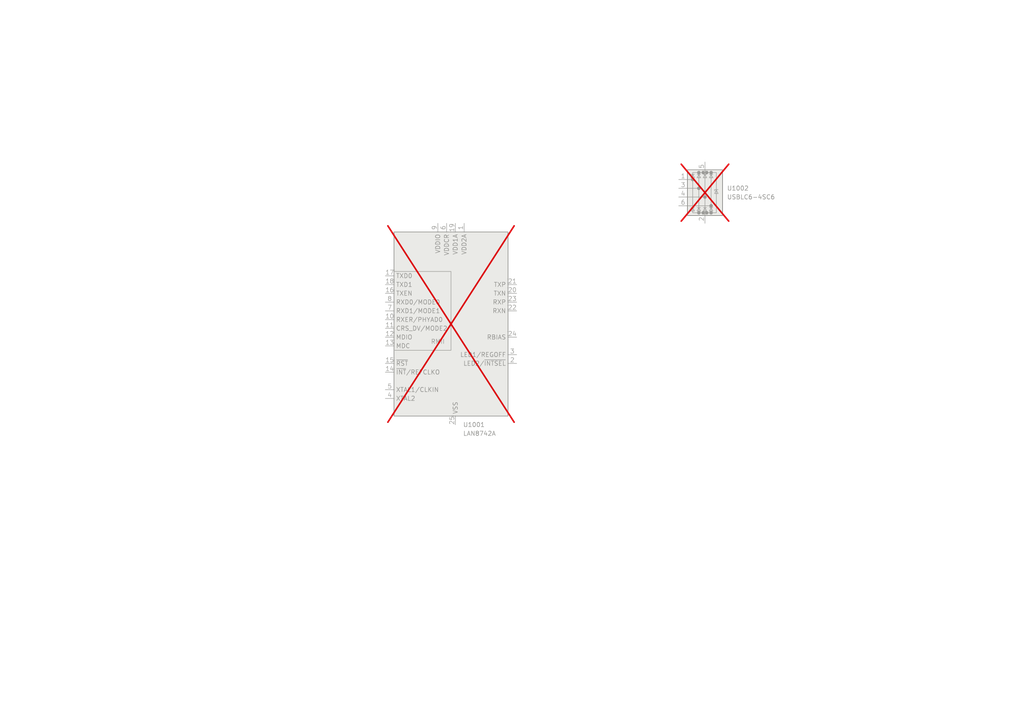
<source format=kicad_sch>
(kicad_sch (version 20231120) (generator "eeschema") (generator_version "8.0")
  (paper "A4")
  (lib_symbols
    (symbol "Interface_Ethernet:LAN8742A"
      (property "Reference" "U" (at -13.97 29.21 0))
      (property "Value" "LAN8742A" (at 15.24 29.21 0))
      (symbol "LAN8742A_0_0"
        (text "RMII" (at -5.08 -3.81 0) (effects (font (size 1.27 1.27))))
      )
      (symbol "LAN8742A_0_1"
        (rectangle (start -17.78 27.94) (end 15.24 -25.4) (stroke (width 0.254)) (fill (type background)))
        (polyline (pts (xy -17.78 -6.35) (xy -1.27 -6.35) (xy -1.27 16.51) (xy -17.78 16.51)))
      )
      (symbol "LAN8742A_1_1"
        (pin power_in line (at 2.54 30.48 270) (length 2.54) (name "VDD2A") (number "1"))
        (pin output line (at -20.32 2.54 0) (length 2.54) (name "RXER/PHYAD0") (number "10"))
        (pin bidirectional line (at -20.32 0 0) (length 2.54) (name "CRS_DV/MODE2") (number "11"))
        (pin bidirectional line (at -20.32 -2.54 0) (length 2.54) (name "MDIO") (number "12"))
        (pin input line (at -20.32 -5.08 0) (length 2.54) (name "MDC") (number "13"))
        (pin output line (at -20.32 -12.7 0) (length 2.54) (name "~{INT}/REFCLKO") (number "14"))
        (pin input line (at -20.32 -10.16 0) (length 2.54) (name "~{RST}") (number "15"))
        (pin input line (at -20.32 10.16 0) (length 2.54) (name "TXEN") (number "16"))
        (pin input line (at -20.32 15.24 0) (length 2.54) (name "TXD0") (number "17"))
        (pin input line (at -20.32 12.7 0) (length 2.54) (name "TXD1") (number "18"))
        (pin power_in line (at 0 30.48 270) (length 2.54) (name "VDD1A") (number "19"))
        (pin bidirectional line (at 17.78 -10.16 180) (length 2.54) (name "LED2/~{INTSEL}") (number "2"))
        (pin passive line (at 17.78 10.16 180) (length 2.54) (name "TXN") (number "20"))
        (pin passive line (at 17.78 12.7 180) (length 2.54) (name "TXP") (number "21"))
        (pin passive line (at 17.78 5.08 180) (length 2.54) (name "RXN") (number "22"))
        (pin passive line (at 17.78 7.62 180) (length 2.54) (name "RXP") (number "23"))
        (pin passive line (at 17.78 -2.54 180) (length 2.54) (name "RBIAS") (number "24"))
        (pin power_in line (at 0 -27.94 90) (length 2.54) (name "VSS") (number "25"))
        (pin bidirectional line (at 17.78 -7.62 180) (length 2.54) (name "LED1/REGOFF") (number "3"))
        (pin output line (at -20.32 -20.32 0) (length 2.54) (name "XTAL2") (number "4"))
        (pin input line (at -20.32 -17.78 0) (length 2.54) (name "XTAL1/CLKIN") (number "5"))
        (pin power_in line (at -2.54 30.48 270) (length 2.54) (name "VDDCR") (number "6"))
        (pin bidirectional line (at -20.32 5.08 0) (length 2.54) (name "RXD1/MODE1") (number "7"))
        (pin bidirectional line (at -20.32 7.62 0) (length 2.54) (name "RXD0/MODE0") (number "8"))
        (pin power_in line (at -5.08 30.48 270) (length 2.54) (name "VDDIO") (number "9"))
      )
    )
    (symbol "Power_Protection:USBLC6-4SC6" (pin_names hide)
      (property "Reference" "U" (at 1.27 9.525 0))
      (property "Value" "USBLC6-4SC6" (at 1.27 6.985 0))
      (symbol "USBLC6-4SC6_0_0"
        (circle (center -3.556 2.54) (radius 0.0001) (stroke (width 0.508)))
        (circle (center -1.778 -7.112) (radius 0.0001) (stroke (width 0.508)))
        (circle (center -1.778 0) (radius 0.0001) (stroke (width 0.508)))
        (circle (center -1.778 4.572) (radius 0.0001) (stroke (width 0.508)))
        (circle (center -0.508 -7.112) (radius 0.0001) (stroke (width 0.508)))
        (circle (center -0.508 4.572) (radius 0.0001) (stroke (width 0.508)))
        (circle (center 0 -2.54) (radius 0.0001) (stroke (width 0.508)))
        (circle (center 0.508 -7.112) (radius 0.0001) (stroke (width 0.508)))
        (circle (center 0.508 4.572) (radius 0.0001) (stroke (width 0.508)))
        (circle (center 1.778 -7.112) (radius 0.0001) (stroke (width 0.508)))
        (circle (center 1.778 -5.08) (radius 0.0001) (stroke (width 0.508)))
        (circle (center 1.778 4.572) (radius 0.0001) (stroke (width 0.508)))
      )
      (symbol "USBLC6-4SC6_0_1"
        (polyline (pts (xy -5.08 -5.08) (xy 1.778 -5.08)))
        (polyline (pts (xy -5.08 -2.54) (xy 0 -2.54)))
        (polyline (pts (xy -5.08 0) (xy -1.778 0)))
        (polyline (pts (xy -5.08 2.54) (xy -3.556 2.54)))
        (polyline (pts (xy -4.064 -5.588) (xy -3.048 -5.588)))
        (polyline (pts (xy -3.048 4.064) (xy -4.064 4.064)))
        (polyline (pts (xy -2.286 -5.588) (xy -1.27 -5.588)))
        (polyline (pts (xy -2.286 4.064) (xy -1.27 4.064)))
        (polyline (pts (xy -0.508 -5.588) (xy 0.508 -5.588)))
        (polyline (pts (xy 0 5.08) (xy 0.508 4.572)))
        (polyline (pts (xy 0.508 -7.112) (xy -0.508 -7.112)))
        (polyline (pts (xy 0.508 4.064) (xy -0.508 4.064)))
        (polyline (pts (xy 1.27 4.064) (xy 2.286 4.064)))
        (polyline (pts (xy 2.286 -5.588) (xy 1.27 -5.588)))
        (polyline (pts (xy 2.794 -0.762) (xy 2.794 -0.381) (xy 3.81 -0.381)))
        (polyline (pts (xy -4.064 3.048) (xy -3.048 3.048) (xy -3.556 4.064) (xy -4.064 3.048)))
        (polyline (pts (xy -3.048 -6.604) (xy -4.064 -6.604) (xy -3.556 -5.588) (xy -3.048 -6.604)))
        (polyline (pts (xy -1.27 -6.604) (xy -2.286 -6.604) (xy -1.778 -5.588) (xy -1.27 -6.604)))
        (polyline (pts (xy -1.27 3.048) (xy -2.286 3.048) (xy -1.778 4.064) (xy -1.27 3.048)))
        (polyline (pts (xy -0.508 -6.604) (xy 0.508 -6.604) (xy 0 -5.588) (xy -0.508 -6.604)))
        (polyline (pts (xy -0.508 3.048) (xy 0.508 3.048) (xy 0 4.064) (xy -0.508 3.048)))
        (polyline (pts (xy 1.27 -6.604) (xy 2.286 -6.604) (xy 1.778 -5.588) (xy 1.27 -6.604)))
        (polyline (pts (xy 1.778 4.572) (xy 3.302 4.572) (xy 3.302 -7.112) (xy 1.778 -7.112)))
        (polyline (pts (xy 2.286 3.048) (xy 1.27 3.048) (xy 1.778 4.064) (xy 2.286 3.048)))
        (polyline (pts (xy 3.81 -1.524) (xy 2.794 -1.524) (xy 3.302 -0.508) (xy 3.81 -1.524)))
      )
      (symbol "USBLC6-4SC6_1_1"
        (rectangle (start -5.08 5.334) (end 5.08 -7.874) (stroke (width 0.254)) (fill (type background)))
        (polyline (pts (xy -1.778 4.572) (xy -3.556 4.572) (xy -3.556 -7.112) (xy -1.778 -7.112)))
        (polyline (pts (xy -0.508 4.572) (xy 1.778 4.572) (xy 1.778 -7.112) (xy 0.508 -7.112)))
        (polyline (pts (xy 0.508 -7.112) (xy 0 -6.604) (xy 0 4.064) (xy -0.508 4.572)))
        (polyline (pts (xy 0 -7.62) (xy -0.508 -7.112) (xy -1.778 -7.112) (xy -1.778 4.572) (xy -0.508 4.572)))
        (pin passive line (at -7.62 2.54 0) (length 2.54) (name "I/O1") (number "1"))
        (pin passive line (at 0 -10.16 90) (length 2.54) (name "GND") (number "2"))
        (pin passive line (at -7.62 0 0) (length 2.54) (name "I/O2") (number "3"))
        (pin passive line (at -7.62 -2.54 0) (length 2.54) (name "I/O3") (number "4"))
        (pin passive line (at 0 7.62 270) (length 2.54) (name "VBUS") (number "5"))
        (pin passive line (at -7.62 -5.08 0) (length 2.54) (name "I/O4") (number "6"))
      )
    )
  )
  (symbol (lib_id "Power_Protection:USBLC6-4SC6") (at 204.47 54.61 0) (unit 1) (exclude_from_sim yes) (in_bom no) (on_board no) (dnp yes)
    (property "Reference" "U1002" (at 210.82 54.6099 0) (effects (justify left)))
    (property "Value" "USBLC6-4SC6" (at 210.82 57.1499 0) (effects (justify left)))
    (property "Footprint" "Package_TO_SOT_SMD:SOT-23-6" (effects (hide yes)))
    (property "Datasheet" "https://www.st.com/resource/en/datasheet/usblc6-4.pdf" (effects (hide yes)))
    (property "Description" "Very low capacitance ESD protection diode, 4 data-line, SOT-23-6" (effects (hide yes)))
    (property "Digikey" "497-4492-1-ND" (effects (hide yes)))
  )
  (symbol (lib_id "Interface_Ethernet:LAN8742A") (at 132.08 95.25 0) (unit 1) (exclude_from_sim yes) (in_bom no) (on_board no) (dnp yes)
    (property "Reference" "U1001" (at 134.2741 123.19 0) (effects (justify left)))
    (property "Value" "LAN8742A" (at 134.2741 125.73 0) (effects (justify left)))
    (property "Footprint" "Package_DFN_QFN:VQFN-24-1EP_4x4mm_P0.5mm_EP2.5x2.5mm_ThermalVias" (effects (hide yes)))
    (property "Datasheet" "http://ww1.microchip.com/downloads/en/DeviceDoc/8742a.pdf" (effects (hide yes)))
    (property "Description" "LAN8720 Ethernet PHY with RMII interface, QFN-24" (effects (hide yes)))
    (property "Digikey" "LAN8742AI-CZ-CT-ND" (effects (hide yes)))
  )
)
</source>
